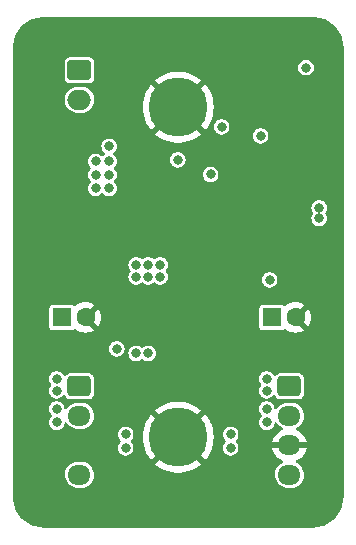
<source format=gbr>
%TF.GenerationSoftware,KiCad,Pcbnew,7.0.6*%
%TF.CreationDate,2024-05-19T20:46:52-05:00*%
%TF.ProjectId,Magic_Wand_Timer,4d616769-635f-4576-916e-645f54696d65,rev?*%
%TF.SameCoordinates,Original*%
%TF.FileFunction,Copper,L2,Inr*%
%TF.FilePolarity,Positive*%
%FSLAX46Y46*%
G04 Gerber Fmt 4.6, Leading zero omitted, Abs format (unit mm)*
G04 Created by KiCad (PCBNEW 7.0.6) date 2024-05-19 20:46:52*
%MOMM*%
%LPD*%
G01*
G04 APERTURE LIST*
G04 Aperture macros list*
%AMRoundRect*
0 Rectangle with rounded corners*
0 $1 Rounding radius*
0 $2 $3 $4 $5 $6 $7 $8 $9 X,Y pos of 4 corners*
0 Add a 4 corners polygon primitive as box body*
4,1,4,$2,$3,$4,$5,$6,$7,$8,$9,$2,$3,0*
0 Add four circle primitives for the rounded corners*
1,1,$1+$1,$2,$3*
1,1,$1+$1,$4,$5*
1,1,$1+$1,$6,$7*
1,1,$1+$1,$8,$9*
0 Add four rect primitives between the rounded corners*
20,1,$1+$1,$2,$3,$4,$5,0*
20,1,$1+$1,$4,$5,$6,$7,0*
20,1,$1+$1,$6,$7,$8,$9,0*
20,1,$1+$1,$8,$9,$2,$3,0*%
G04 Aperture macros list end*
%TA.AperFunction,ComponentPad*%
%ADD10C,5.000000*%
%TD*%
%TA.AperFunction,ComponentPad*%
%ADD11RoundRect,0.250000X-0.725000X0.600000X-0.725000X-0.600000X0.725000X-0.600000X0.725000X0.600000X0*%
%TD*%
%TA.AperFunction,ComponentPad*%
%ADD12O,1.950000X1.700000*%
%TD*%
%TA.AperFunction,ComponentPad*%
%ADD13R,1.600000X1.600000*%
%TD*%
%TA.AperFunction,ComponentPad*%
%ADD14C,1.600000*%
%TD*%
%TA.AperFunction,ComponentPad*%
%ADD15RoundRect,0.250000X-0.750000X0.600000X-0.750000X-0.600000X0.750000X-0.600000X0.750000X0.600000X0*%
%TD*%
%TA.AperFunction,ComponentPad*%
%ADD16O,2.000000X1.700000*%
%TD*%
%TA.AperFunction,ViaPad*%
%ADD17C,0.800000*%
%TD*%
%TA.AperFunction,Profile*%
%ADD18C,0.100000*%
%TD*%
G04 APERTURE END LIST*
D10*
%TO.N,GND*%
%TO.C,H2*%
X166370000Y-91440000D03*
%TD*%
D11*
%TO.N,+12V*%
%TO.C,J1*%
X158005000Y-115055000D03*
D12*
%TO.N,+5V*%
X158005000Y-117555000D03*
%TO.N,GND*%
X158005000Y-120055000D03*
%TO.N,Trigger*%
X158005000Y-122555000D03*
%TD*%
D13*
%TO.N,+12V*%
%TO.C,C5*%
X174304888Y-109220000D03*
D14*
%TO.N,GND*%
X176304888Y-109220000D03*
%TD*%
D15*
%TO.N,Net-(D2-A)*%
%TO.C,J3*%
X158005000Y-88305000D03*
D16*
%TO.N,Net-(D2-K)*%
X158005000Y-90805000D03*
%TD*%
D11*
%TO.N,+12V*%
%TO.C,J2*%
X175785000Y-115055000D03*
D12*
%TO.N,+5V*%
X175785000Y-117555000D03*
%TO.N,GND*%
X175785000Y-120055000D03*
%TO.N,Caddy_Trigger*%
X175785000Y-122555000D03*
%TD*%
D13*
%TO.N,+12V*%
%TO.C,C2*%
X156524888Y-109220000D03*
D14*
%TO.N,GND*%
X158524888Y-109220000D03*
%TD*%
D10*
%TO.N,GND*%
%TO.C,H1*%
X166370000Y-119380000D03*
%TD*%
D17*
%TO.N,+12V*%
X156083000Y-114427000D03*
X156083000Y-115443000D03*
X173863000Y-114427000D03*
X173863000Y-115443000D03*
%TO.N,+5V*%
X173863000Y-116967000D03*
X173863000Y-118110000D03*
X156083000Y-116967000D03*
X156083000Y-118110000D03*
%TO.N,GND*%
X173736000Y-98806000D03*
X172500000Y-98806000D03*
X179070000Y-88900000D03*
X163830000Y-125730000D03*
X165735000Y-103124000D03*
X179070000Y-114300000D03*
X164719000Y-94869000D03*
X163322000Y-122695000D03*
X162052000Y-107950000D03*
X153670000Y-88900000D03*
X168402000Y-116713000D03*
X174625000Y-103505000D03*
X165735000Y-102108000D03*
X162687000Y-94869000D03*
X153670000Y-93980000D03*
X163703000Y-93853000D03*
X153670000Y-119380000D03*
X177165000Y-89916000D03*
X169037000Y-101600000D03*
X173863000Y-120650000D03*
X167894000Y-101600000D03*
X177165000Y-102997000D03*
X160020000Y-85090000D03*
X156083000Y-119507000D03*
X169418000Y-117729000D03*
X154940000Y-85090000D03*
X169291000Y-112268000D03*
X175260000Y-85090000D03*
X179070000Y-99060000D03*
X179070000Y-93980000D03*
X168910000Y-125730000D03*
X163703000Y-95885000D03*
X173990000Y-125730000D03*
X153670000Y-124460000D03*
X179070000Y-109220000D03*
X162687000Y-95885000D03*
X179070000Y-104140000D03*
X163703000Y-94869000D03*
X169418000Y-122682000D03*
X153670000Y-99060000D03*
X163322000Y-116840000D03*
X177165000Y-94234000D03*
X153670000Y-114300000D03*
X170180000Y-85090000D03*
X153670000Y-109220000D03*
X165100000Y-85090000D03*
X175641000Y-103505000D03*
X163750000Y-107950000D03*
X156083000Y-120650000D03*
X179070000Y-119380000D03*
X179070000Y-124460000D03*
X153670000Y-104140000D03*
X173863000Y-119507000D03*
X158750000Y-125730000D03*
X169418000Y-116713000D03*
%TO.N,+5V*%
X170815000Y-119126000D03*
X178308000Y-100838000D03*
X170815000Y-120269000D03*
X161925000Y-120269000D03*
X162814000Y-112268000D03*
X163830000Y-105791000D03*
X162814000Y-105791000D03*
X163825228Y-112268000D03*
X169113200Y-97129600D03*
X163830000Y-104775000D03*
X164846000Y-104775000D03*
X161925000Y-119126000D03*
X162814000Y-104775000D03*
X177190400Y-88087200D03*
X174117000Y-106045000D03*
X164846000Y-105791000D03*
X178308000Y-99949000D03*
%TO.N,Trigger*%
X170053000Y-93091000D03*
X161169500Y-111893500D03*
%TO.N,Net-(D2-A)*%
X160528000Y-98298000D03*
X159385000Y-96012000D03*
X160528000Y-94742000D03*
X159385000Y-98298000D03*
X160528000Y-96012000D03*
X160528000Y-97155000D03*
X159385000Y-97155000D03*
%TO.N,ON_Delay*%
X166332500Y-95885000D03*
X173355000Y-93853000D03*
%TD*%
%TA.AperFunction,Conductor*%
%TO.N,GND*%
G36*
X177801737Y-83820598D02*
G01*
X177835041Y-83822467D01*
X177915603Y-83826992D01*
X178087691Y-83837401D01*
X178094297Y-83838160D01*
X178165907Y-83850327D01*
X178230343Y-83861277D01*
X178323462Y-83878340D01*
X178379227Y-83888560D01*
X178385198Y-83889963D01*
X178522032Y-83929384D01*
X178662850Y-83973265D01*
X178668092Y-83975164D01*
X178801420Y-84030391D01*
X178934609Y-84090334D01*
X178939147Y-84092605D01*
X179012221Y-84132991D01*
X179066422Y-84162947D01*
X179066439Y-84162956D01*
X179190935Y-84238217D01*
X179194739Y-84240711D01*
X179312726Y-84324427D01*
X179315072Y-84326176D01*
X179410416Y-84400874D01*
X179428332Y-84414910D01*
X179431409Y-84417486D01*
X179539430Y-84514018D01*
X179541957Y-84516408D01*
X179643590Y-84618041D01*
X179645980Y-84620568D01*
X179742512Y-84728589D01*
X179745088Y-84731666D01*
X179833811Y-84844912D01*
X179835571Y-84847272D01*
X179919287Y-84965259D01*
X179921781Y-84969063D01*
X179997043Y-85093560D01*
X180067393Y-85220851D01*
X180069668Y-85225398D01*
X180129609Y-85358581D01*
X180184831Y-85491899D01*
X180186744Y-85497183D01*
X180209633Y-85570634D01*
X180230631Y-85638021D01*
X180270032Y-85774790D01*
X180271440Y-85780781D01*
X180298722Y-85929656D01*
X180321835Y-86065683D01*
X180322599Y-86072330D01*
X180333012Y-86244475D01*
X180339402Y-86358263D01*
X180339500Y-86361741D01*
X180339500Y-124458258D01*
X180339402Y-124461736D01*
X180333012Y-124575524D01*
X180322599Y-124747668D01*
X180321835Y-124754315D01*
X180298722Y-124890343D01*
X180271440Y-125039217D01*
X180270032Y-125045208D01*
X180230625Y-125182001D01*
X180186744Y-125322815D01*
X180184831Y-125328099D01*
X180129609Y-125461418D01*
X180069668Y-125594600D01*
X180067394Y-125599147D01*
X179997043Y-125726439D01*
X179921781Y-125850936D01*
X179919287Y-125854739D01*
X179835571Y-125972726D01*
X179833811Y-125975086D01*
X179745088Y-126088332D01*
X179742512Y-126091409D01*
X179645980Y-126199430D01*
X179643590Y-126201957D01*
X179541957Y-126303590D01*
X179539430Y-126305980D01*
X179431409Y-126402512D01*
X179428332Y-126405088D01*
X179315086Y-126493811D01*
X179312726Y-126495571D01*
X179194739Y-126579287D01*
X179190936Y-126581781D01*
X179066439Y-126657043D01*
X178939147Y-126727394D01*
X178934600Y-126729668D01*
X178801418Y-126789609D01*
X178668099Y-126844831D01*
X178662815Y-126846744D01*
X178545231Y-126883385D01*
X178521990Y-126890627D01*
X178385208Y-126930032D01*
X178379217Y-126931440D01*
X178230343Y-126958722D01*
X178094315Y-126981835D01*
X178087668Y-126982599D01*
X177915524Y-126993012D01*
X177801736Y-126999402D01*
X177798258Y-126999500D01*
X154941742Y-126999500D01*
X154938265Y-126999402D01*
X154824475Y-126993012D01*
X154652330Y-126982599D01*
X154645683Y-126981835D01*
X154509656Y-126958722D01*
X154360781Y-126931440D01*
X154354790Y-126930032D01*
X154218021Y-126890631D01*
X154150634Y-126869633D01*
X154077183Y-126846744D01*
X154071899Y-126844831D01*
X153938581Y-126789609D01*
X153805398Y-126729668D01*
X153800851Y-126727393D01*
X153673560Y-126657043D01*
X153549063Y-126581781D01*
X153545259Y-126579287D01*
X153427272Y-126495571D01*
X153424912Y-126493811D01*
X153311666Y-126405088D01*
X153308589Y-126402512D01*
X153200568Y-126305980D01*
X153198041Y-126303590D01*
X153096408Y-126201957D01*
X153094018Y-126199430D01*
X152997486Y-126091409D01*
X152994910Y-126088332D01*
X152980874Y-126070416D01*
X152906176Y-125975072D01*
X152904427Y-125972726D01*
X152820711Y-125854739D01*
X152818217Y-125850935D01*
X152742956Y-125726439D01*
X152672605Y-125599147D01*
X152670330Y-125594600D01*
X152610390Y-125461418D01*
X152555167Y-125328099D01*
X152553265Y-125322850D01*
X152509375Y-125182001D01*
X152469963Y-125045198D01*
X152468560Y-125039227D01*
X152458340Y-124983462D01*
X152441277Y-124890343D01*
X152430327Y-124825907D01*
X152418160Y-124754297D01*
X152417401Y-124747691D01*
X152406994Y-124575652D01*
X152400596Y-124461717D01*
X152400500Y-124458294D01*
X152400500Y-122502210D01*
X156771733Y-122502210D01*
X156781768Y-122712899D01*
X156831498Y-122917886D01*
X156831498Y-122917888D01*
X156919123Y-123109762D01*
X156919127Y-123109768D01*
X157041473Y-123281579D01*
X157041478Y-123281584D01*
X157194138Y-123427145D01*
X157371587Y-123541184D01*
X157567411Y-123619580D01*
X157774533Y-123659500D01*
X158182618Y-123659500D01*
X158324944Y-123645908D01*
X158339979Y-123644473D01*
X158542368Y-123585047D01*
X158729854Y-123488391D01*
X158895659Y-123358000D01*
X159033792Y-123198587D01*
X159139259Y-123015913D01*
X159208248Y-122816580D01*
X159238267Y-122607793D01*
X159228231Y-122397098D01*
X159178501Y-122192110D01*
X159090876Y-122000238D01*
X159090876Y-122000237D01*
X159090872Y-122000231D01*
X158968526Y-121828420D01*
X158968520Y-121828414D01*
X158815864Y-121682857D01*
X158815862Y-121682855D01*
X158638413Y-121568816D01*
X158442589Y-121490420D01*
X158235467Y-121450500D01*
X157827387Y-121450500D01*
X157827382Y-121450500D01*
X157670031Y-121465525D01*
X157670014Y-121465528D01*
X157467635Y-121524951D01*
X157280141Y-121621611D01*
X157114343Y-121751997D01*
X157114339Y-121752001D01*
X156976205Y-121911415D01*
X156870741Y-122094085D01*
X156801753Y-122293414D01*
X156801752Y-122293419D01*
X156801752Y-122293420D01*
X156786846Y-122397098D01*
X156771733Y-122502210D01*
X152400500Y-122502210D01*
X152400500Y-120269000D01*
X161265693Y-120269000D01*
X161284850Y-120426781D01*
X161341214Y-120575397D01*
X161378904Y-120630000D01*
X161431502Y-120706201D01*
X161431504Y-120706203D01*
X161431506Y-120706205D01*
X161550469Y-120811598D01*
X161550471Y-120811599D01*
X161691207Y-120885463D01*
X161768368Y-120904481D01*
X161845528Y-120923500D01*
X161845529Y-120923500D01*
X162004472Y-120923500D01*
X162055911Y-120910821D01*
X162158793Y-120885463D01*
X162299529Y-120811599D01*
X162418498Y-120706201D01*
X162508787Y-120575395D01*
X162565149Y-120426782D01*
X162584307Y-120269000D01*
X162565149Y-120111218D01*
X162508787Y-119962605D01*
X162418498Y-119831799D01*
X162418495Y-119831796D01*
X162418493Y-119831794D01*
X162371673Y-119790315D01*
X162334546Y-119731126D01*
X162335314Y-119661260D01*
X162371673Y-119604685D01*
X162418493Y-119563205D01*
X162418498Y-119563201D01*
X162508787Y-119432395D01*
X162528657Y-119380003D01*
X163364916Y-119380003D01*
X163385235Y-119728869D01*
X163385236Y-119728880D01*
X163445914Y-120073002D01*
X163445916Y-120073011D01*
X163546145Y-120407800D01*
X163684555Y-120728670D01*
X163684561Y-120728683D01*
X163859289Y-121031322D01*
X164067972Y-121311631D01*
X164067976Y-121311636D01*
X164076147Y-121320297D01*
X164076148Y-121320298D01*
X165323665Y-120072781D01*
X165462855Y-120247320D01*
X165632299Y-120395358D01*
X165679808Y-120423743D01*
X164432817Y-121670733D01*
X164432818Y-121670734D01*
X164575480Y-121790442D01*
X164867461Y-121982480D01*
X165179739Y-122139314D01*
X165179745Y-122139316D01*
X165508130Y-122258838D01*
X165508133Y-122258839D01*
X165848171Y-122339429D01*
X166195276Y-122379999D01*
X166195277Y-122380000D01*
X166544723Y-122380000D01*
X166544723Y-122379999D01*
X166891827Y-122339429D01*
X166891829Y-122339429D01*
X167231866Y-122258839D01*
X167231869Y-122258838D01*
X167560254Y-122139316D01*
X167560260Y-122139314D01*
X167872538Y-121982480D01*
X168164515Y-121790445D01*
X168307180Y-121670734D01*
X168307181Y-121670733D01*
X167060125Y-120423678D01*
X167195747Y-120325144D01*
X167351239Y-120162512D01*
X167412801Y-120069248D01*
X168663850Y-121320297D01*
X168672032Y-121311625D01*
X168880710Y-121031322D01*
X169055438Y-120728683D01*
X169055444Y-120728670D01*
X169193854Y-120407800D01*
X169235408Y-120269000D01*
X170155693Y-120269000D01*
X170174850Y-120426781D01*
X170231214Y-120575397D01*
X170268904Y-120630000D01*
X170321502Y-120706201D01*
X170321504Y-120706203D01*
X170321506Y-120706205D01*
X170440469Y-120811598D01*
X170440471Y-120811599D01*
X170581207Y-120885463D01*
X170658368Y-120904481D01*
X170735528Y-120923500D01*
X170735529Y-120923500D01*
X170894472Y-120923500D01*
X170945911Y-120910821D01*
X171048793Y-120885463D01*
X171189529Y-120811599D01*
X171308498Y-120706201D01*
X171398787Y-120575395D01*
X171455149Y-120426782D01*
X171474307Y-120269000D01*
X171455149Y-120111218D01*
X171398787Y-119962605D01*
X171308498Y-119831799D01*
X171308495Y-119831796D01*
X171308493Y-119831794D01*
X171261673Y-119790315D01*
X171224546Y-119731126D01*
X171225314Y-119661260D01*
X171261673Y-119604685D01*
X171308493Y-119563205D01*
X171308498Y-119563201D01*
X171398787Y-119432395D01*
X171455149Y-119283782D01*
X171474307Y-119126000D01*
X171462786Y-119031119D01*
X171455149Y-118968218D01*
X171455148Y-118968217D01*
X171398787Y-118819605D01*
X171308498Y-118688799D01*
X171308495Y-118688796D01*
X171308493Y-118688794D01*
X171189530Y-118583401D01*
X171048791Y-118509536D01*
X170894472Y-118471500D01*
X170894471Y-118471500D01*
X170735529Y-118471500D01*
X170735528Y-118471500D01*
X170581208Y-118509536D01*
X170440469Y-118583401D01*
X170321506Y-118688794D01*
X170321500Y-118688801D01*
X170231214Y-118819602D01*
X170174850Y-118968218D01*
X170155693Y-119125999D01*
X170155693Y-119126000D01*
X170174850Y-119283781D01*
X170210364Y-119377421D01*
X170231213Y-119432395D01*
X170321502Y-119563201D01*
X170321504Y-119563203D01*
X170321507Y-119563206D01*
X170368327Y-119604686D01*
X170405453Y-119663876D01*
X170404685Y-119733741D01*
X170368327Y-119790314D01*
X170321507Y-119831793D01*
X170321500Y-119831801D01*
X170231214Y-119962602D01*
X170174850Y-120111218D01*
X170155693Y-120268999D01*
X170155693Y-120269000D01*
X169235408Y-120269000D01*
X169294083Y-120073011D01*
X169294085Y-120073002D01*
X169354763Y-119728880D01*
X169354764Y-119728869D01*
X169375084Y-119380003D01*
X169375084Y-119379996D01*
X169354764Y-119031130D01*
X169354763Y-119031119D01*
X169294085Y-118686997D01*
X169294083Y-118686988D01*
X169193854Y-118352199D01*
X169089379Y-118110000D01*
X173203693Y-118110000D01*
X173222850Y-118267781D01*
X173279214Y-118416397D01*
X173317249Y-118471500D01*
X173369502Y-118547201D01*
X173369504Y-118547203D01*
X173369506Y-118547205D01*
X173488469Y-118652598D01*
X173488471Y-118652599D01*
X173629207Y-118726463D01*
X173669292Y-118736343D01*
X173783528Y-118764500D01*
X173783529Y-118764500D01*
X173942472Y-118764500D01*
X173993911Y-118751821D01*
X174096793Y-118726463D01*
X174237529Y-118652599D01*
X174356498Y-118547201D01*
X174446787Y-118416395D01*
X174503149Y-118267782D01*
X174509532Y-118215207D01*
X174537153Y-118151031D01*
X174595087Y-118111973D01*
X174664939Y-118110438D01*
X174724533Y-118146911D01*
X174733635Y-118158227D01*
X174821473Y-118281579D01*
X174821478Y-118281584D01*
X174974138Y-118427145D01*
X175151587Y-118541184D01*
X175187227Y-118555452D01*
X175242147Y-118598642D01*
X175265000Y-118664668D01*
X175248527Y-118732569D01*
X175197960Y-118780784D01*
X175193545Y-118782951D01*
X174982422Y-118881399D01*
X174982420Y-118881400D01*
X174788926Y-119016886D01*
X174788920Y-119016891D01*
X174621894Y-119183917D01*
X174486399Y-119377421D01*
X174386570Y-119591507D01*
X174386567Y-119591513D01*
X174329364Y-119804999D01*
X174329364Y-119805000D01*
X175381031Y-119805000D01*
X175348481Y-119855649D01*
X175310000Y-119986705D01*
X175310000Y-120123295D01*
X175348481Y-120254351D01*
X175381031Y-120305000D01*
X174329364Y-120305000D01*
X174386567Y-120518486D01*
X174386570Y-120518492D01*
X174486399Y-120732577D01*
X174486400Y-120732579D01*
X174621886Y-120926073D01*
X174621891Y-120926079D01*
X174788920Y-121093108D01*
X174788926Y-121093113D01*
X174982420Y-121228599D01*
X174982422Y-121228600D01*
X175194476Y-121327483D01*
X175246915Y-121373655D01*
X175266067Y-121440849D01*
X175245851Y-121507730D01*
X175198891Y-121550080D01*
X175060145Y-121621608D01*
X174894343Y-121751997D01*
X174894339Y-121752001D01*
X174756205Y-121911415D01*
X174650741Y-122094085D01*
X174581753Y-122293414D01*
X174581752Y-122293419D01*
X174581752Y-122293420D01*
X174566846Y-122397098D01*
X174551733Y-122502210D01*
X174561768Y-122712899D01*
X174611498Y-122917886D01*
X174611498Y-122917888D01*
X174699123Y-123109762D01*
X174699127Y-123109768D01*
X174821473Y-123281579D01*
X174821478Y-123281584D01*
X174974138Y-123427145D01*
X175151587Y-123541184D01*
X175347411Y-123619580D01*
X175554533Y-123659500D01*
X175962618Y-123659500D01*
X176104944Y-123645908D01*
X176119979Y-123644473D01*
X176322368Y-123585047D01*
X176509854Y-123488391D01*
X176675659Y-123358000D01*
X176813792Y-123198587D01*
X176919259Y-123015913D01*
X176988248Y-122816580D01*
X177018267Y-122607793D01*
X177008231Y-122397098D01*
X176958501Y-122192110D01*
X176870876Y-122000238D01*
X176870876Y-122000237D01*
X176870872Y-122000231D01*
X176748526Y-121828420D01*
X176748520Y-121828414D01*
X176595864Y-121682857D01*
X176595862Y-121682855D01*
X176418413Y-121568816D01*
X176408402Y-121564808D01*
X176382772Y-121554547D01*
X176327851Y-121511356D01*
X176304999Y-121445329D01*
X176321472Y-121377429D01*
X176372040Y-121329214D01*
X176376455Y-121327048D01*
X176587573Y-121228602D01*
X176587579Y-121228599D01*
X176781073Y-121093113D01*
X176781079Y-121093108D01*
X176948105Y-120926082D01*
X177083600Y-120732578D01*
X177183429Y-120518492D01*
X177183432Y-120518486D01*
X177240636Y-120305000D01*
X176188969Y-120305000D01*
X176221519Y-120254351D01*
X176260000Y-120123295D01*
X176260000Y-119986705D01*
X176221519Y-119855649D01*
X176188969Y-119805000D01*
X177240636Y-119805000D01*
X177240635Y-119804999D01*
X177183432Y-119591513D01*
X177183429Y-119591507D01*
X177083600Y-119377422D01*
X177083599Y-119377420D01*
X176948113Y-119183926D01*
X176948108Y-119183920D01*
X176781079Y-119016891D01*
X176781073Y-119016886D01*
X176587579Y-118881400D01*
X176587577Y-118881399D01*
X176375523Y-118782516D01*
X176323084Y-118736343D01*
X176303932Y-118669150D01*
X176324148Y-118602269D01*
X176371105Y-118559920D01*
X176509854Y-118488391D01*
X176675659Y-118358000D01*
X176813792Y-118198587D01*
X176841249Y-118151031D01*
X176865075Y-118109762D01*
X176919259Y-118015913D01*
X176988248Y-117816580D01*
X177018267Y-117607793D01*
X177008231Y-117397098D01*
X176958501Y-117192110D01*
X176870876Y-117000238D01*
X176870876Y-117000237D01*
X176870872Y-117000231D01*
X176748526Y-116828420D01*
X176748520Y-116828414D01*
X176595864Y-116682857D01*
X176595862Y-116682855D01*
X176418413Y-116568816D01*
X176222589Y-116490420D01*
X176015467Y-116450500D01*
X175607387Y-116450500D01*
X175607382Y-116450500D01*
X175450031Y-116465525D01*
X175450014Y-116465528D01*
X175247635Y-116524951D01*
X175060141Y-116621611D01*
X174894343Y-116751997D01*
X174894339Y-116752001D01*
X174756204Y-116911417D01*
X174743084Y-116934141D01*
X174692516Y-116982355D01*
X174623909Y-116995576D01*
X174559045Y-116969607D01*
X174518518Y-116912691D01*
X174512603Y-116887083D01*
X174505480Y-116828420D01*
X174503149Y-116809218D01*
X174446787Y-116660605D01*
X174356498Y-116529799D01*
X174356495Y-116529796D01*
X174356493Y-116529794D01*
X174237530Y-116424401D01*
X174096791Y-116350536D01*
X173994796Y-116325397D01*
X173934415Y-116290241D01*
X173902627Y-116228021D01*
X173909523Y-116158493D01*
X173952914Y-116103730D01*
X173994796Y-116084603D01*
X174096793Y-116059463D01*
X174237529Y-115985599D01*
X174356498Y-115880201D01*
X174383067Y-115841708D01*
X174437350Y-115797717D01*
X174506799Y-115790057D01*
X174569364Y-115821160D01*
X174601297Y-115868810D01*
X174612658Y-115899267D01*
X174641747Y-115938126D01*
X174699595Y-116015404D01*
X174757443Y-116058707D01*
X174815733Y-116102342D01*
X174951658Y-116153040D01*
X175011745Y-116159500D01*
X176558254Y-116159499D01*
X176618342Y-116153040D01*
X176754267Y-116102342D01*
X176870404Y-116015404D01*
X176957342Y-115899267D01*
X177008040Y-115763342D01*
X177010800Y-115737664D01*
X177014499Y-115703271D01*
X177014499Y-115703264D01*
X177014500Y-115703255D01*
X177014499Y-114406746D01*
X177008040Y-114346658D01*
X176957342Y-114210733D01*
X176894844Y-114127244D01*
X176870404Y-114094595D01*
X176793126Y-114036747D01*
X176754267Y-114007658D01*
X176618342Y-113956960D01*
X176618338Y-113956959D01*
X176558262Y-113950500D01*
X175011748Y-113950500D01*
X175011742Y-113950501D01*
X174951655Y-113956960D01*
X174815738Y-114007655D01*
X174815730Y-114007660D01*
X174699594Y-114094596D01*
X174660455Y-114146881D01*
X174604522Y-114188753D01*
X174534830Y-114193737D01*
X174473507Y-114160252D01*
X174451684Y-114126502D01*
X174450271Y-114127244D01*
X174446789Y-114120611D01*
X174446787Y-114120605D01*
X174356498Y-113989799D01*
X174356495Y-113989796D01*
X174356493Y-113989794D01*
X174237530Y-113884401D01*
X174096791Y-113810536D01*
X173942472Y-113772500D01*
X173942471Y-113772500D01*
X173783529Y-113772500D01*
X173783528Y-113772500D01*
X173629208Y-113810536D01*
X173488469Y-113884401D01*
X173369506Y-113989794D01*
X173369500Y-113989801D01*
X173279214Y-114120602D01*
X173222850Y-114269218D01*
X173203693Y-114426999D01*
X173203693Y-114427000D01*
X173222850Y-114584781D01*
X173279214Y-114733397D01*
X173369749Y-114864560D01*
X173391632Y-114930915D01*
X173374166Y-114998566D01*
X173369749Y-115005440D01*
X173279214Y-115136602D01*
X173222850Y-115285218D01*
X173203693Y-115442999D01*
X173203693Y-115443000D01*
X173222850Y-115600781D01*
X173261714Y-115703254D01*
X173279213Y-115749395D01*
X173369502Y-115880201D01*
X173369504Y-115880203D01*
X173369506Y-115880205D01*
X173488469Y-115985598D01*
X173488471Y-115985599D01*
X173629207Y-116059463D01*
X173683646Y-116072881D01*
X173731203Y-116084603D01*
X173791584Y-116119759D01*
X173823372Y-116181979D01*
X173816476Y-116251507D01*
X173773085Y-116306270D01*
X173731203Y-116325397D01*
X173629208Y-116350536D01*
X173488469Y-116424401D01*
X173369506Y-116529794D01*
X173369500Y-116529801D01*
X173279214Y-116660602D01*
X173222850Y-116809218D01*
X173203693Y-116966999D01*
X173203693Y-116967000D01*
X173222850Y-117124781D01*
X173263427Y-117231773D01*
X173279213Y-117273395D01*
X173369502Y-117404201D01*
X173369504Y-117404203D01*
X173369507Y-117404206D01*
X173416327Y-117445686D01*
X173453453Y-117504876D01*
X173452685Y-117574741D01*
X173416327Y-117631314D01*
X173369507Y-117672793D01*
X173369500Y-117672801D01*
X173279214Y-117803602D01*
X173222850Y-117952218D01*
X173203693Y-118109999D01*
X173203693Y-118110000D01*
X169089379Y-118110000D01*
X169055444Y-118031329D01*
X169055438Y-118031316D01*
X168880710Y-117728677D01*
X168672029Y-117448371D01*
X168663850Y-117439701D01*
X168663850Y-117439700D01*
X167416333Y-118687217D01*
X167277145Y-118512680D01*
X167107701Y-118364642D01*
X167060190Y-118336255D01*
X168307181Y-117089265D01*
X168307180Y-117089264D01*
X168164519Y-116969557D01*
X167872538Y-116777519D01*
X167560260Y-116620685D01*
X167560254Y-116620683D01*
X167231869Y-116501161D01*
X167231866Y-116501160D01*
X166891828Y-116420570D01*
X166544723Y-116380000D01*
X166195277Y-116380000D01*
X165848172Y-116420570D01*
X165848170Y-116420570D01*
X165508133Y-116501160D01*
X165508130Y-116501161D01*
X165179745Y-116620683D01*
X165179739Y-116620685D01*
X164867461Y-116777519D01*
X164575485Y-116969554D01*
X164432817Y-117089264D01*
X165679874Y-118336321D01*
X165544253Y-118434856D01*
X165388761Y-118597488D01*
X165327198Y-118690751D01*
X164076148Y-117439701D01*
X164076146Y-117439701D01*
X164067973Y-117448366D01*
X163859289Y-117728677D01*
X163684561Y-118031316D01*
X163684555Y-118031329D01*
X163546145Y-118352199D01*
X163445916Y-118686988D01*
X163445914Y-118686997D01*
X163385236Y-119031119D01*
X163385235Y-119031130D01*
X163364916Y-119379996D01*
X163364916Y-119380003D01*
X162528657Y-119380003D01*
X162565149Y-119283782D01*
X162584307Y-119126000D01*
X162572786Y-119031119D01*
X162565149Y-118968218D01*
X162565148Y-118968217D01*
X162508787Y-118819605D01*
X162418498Y-118688799D01*
X162418495Y-118688796D01*
X162418493Y-118688794D01*
X162299530Y-118583401D01*
X162158791Y-118509536D01*
X162004472Y-118471500D01*
X162004471Y-118471500D01*
X161845529Y-118471500D01*
X161845528Y-118471500D01*
X161691208Y-118509536D01*
X161550469Y-118583401D01*
X161431506Y-118688794D01*
X161431500Y-118688801D01*
X161341214Y-118819602D01*
X161284850Y-118968218D01*
X161265693Y-119125999D01*
X161265693Y-119126000D01*
X161284850Y-119283781D01*
X161320364Y-119377421D01*
X161341213Y-119432395D01*
X161431502Y-119563201D01*
X161431504Y-119563203D01*
X161431507Y-119563206D01*
X161478327Y-119604686D01*
X161515453Y-119663876D01*
X161514685Y-119733741D01*
X161478327Y-119790314D01*
X161431507Y-119831793D01*
X161431500Y-119831801D01*
X161341214Y-119962602D01*
X161284850Y-120111218D01*
X161265693Y-120268999D01*
X161265693Y-120269000D01*
X152400500Y-120269000D01*
X152400500Y-118110000D01*
X155423693Y-118110000D01*
X155442850Y-118267781D01*
X155499214Y-118416397D01*
X155537249Y-118471500D01*
X155589502Y-118547201D01*
X155589504Y-118547203D01*
X155589506Y-118547205D01*
X155708469Y-118652598D01*
X155708471Y-118652599D01*
X155849207Y-118726463D01*
X155889292Y-118736343D01*
X156003528Y-118764500D01*
X156003529Y-118764500D01*
X156162472Y-118764500D01*
X156213911Y-118751820D01*
X156316793Y-118726463D01*
X156457529Y-118652599D01*
X156576498Y-118547201D01*
X156666787Y-118416395D01*
X156723149Y-118267782D01*
X156729532Y-118215207D01*
X156757153Y-118151031D01*
X156815087Y-118111973D01*
X156884939Y-118110438D01*
X156944533Y-118146911D01*
X156953635Y-118158227D01*
X157041473Y-118281579D01*
X157041478Y-118281584D01*
X157194138Y-118427145D01*
X157371587Y-118541184D01*
X157567411Y-118619580D01*
X157774533Y-118659500D01*
X158182618Y-118659500D01*
X158324944Y-118645908D01*
X158339979Y-118644473D01*
X158542368Y-118585047D01*
X158729854Y-118488391D01*
X158895659Y-118358000D01*
X159033792Y-118198587D01*
X159061249Y-118151031D01*
X159085075Y-118109762D01*
X159139259Y-118015913D01*
X159208248Y-117816580D01*
X159238267Y-117607793D01*
X159228231Y-117397098D01*
X159178501Y-117192110D01*
X159090876Y-117000238D01*
X159090876Y-117000237D01*
X159090872Y-117000231D01*
X158968526Y-116828420D01*
X158968520Y-116828414D01*
X158815864Y-116682857D01*
X158815862Y-116682855D01*
X158638413Y-116568816D01*
X158442589Y-116490420D01*
X158235467Y-116450500D01*
X157827387Y-116450500D01*
X157827382Y-116450500D01*
X157670031Y-116465525D01*
X157670014Y-116465528D01*
X157467635Y-116524951D01*
X157280141Y-116621611D01*
X157114343Y-116751997D01*
X157114339Y-116752001D01*
X156976204Y-116911417D01*
X156963084Y-116934141D01*
X156912516Y-116982355D01*
X156843909Y-116995576D01*
X156779045Y-116969607D01*
X156738518Y-116912691D01*
X156732603Y-116887083D01*
X156725480Y-116828420D01*
X156723149Y-116809218D01*
X156666787Y-116660605D01*
X156576498Y-116529799D01*
X156576495Y-116529796D01*
X156576493Y-116529794D01*
X156457530Y-116424401D01*
X156316791Y-116350536D01*
X156214796Y-116325397D01*
X156154415Y-116290241D01*
X156122627Y-116228021D01*
X156129523Y-116158493D01*
X156172914Y-116103730D01*
X156214796Y-116084603D01*
X156316793Y-116059463D01*
X156457529Y-115985599D01*
X156576498Y-115880201D01*
X156603067Y-115841708D01*
X156657350Y-115797717D01*
X156726799Y-115790057D01*
X156789364Y-115821160D01*
X156821297Y-115868810D01*
X156832658Y-115899267D01*
X156861747Y-115938126D01*
X156919595Y-116015404D01*
X156977443Y-116058707D01*
X157035733Y-116102342D01*
X157171658Y-116153040D01*
X157231745Y-116159500D01*
X158778254Y-116159499D01*
X158838342Y-116153040D01*
X158974267Y-116102342D01*
X159090404Y-116015404D01*
X159177342Y-115899267D01*
X159228040Y-115763342D01*
X159230800Y-115737664D01*
X159234499Y-115703271D01*
X159234499Y-115703264D01*
X159234500Y-115703255D01*
X159234499Y-114406746D01*
X159228040Y-114346658D01*
X159177342Y-114210733D01*
X159114844Y-114127244D01*
X159090404Y-114094595D01*
X159013126Y-114036747D01*
X158974267Y-114007658D01*
X158838342Y-113956960D01*
X158838338Y-113956959D01*
X158778262Y-113950500D01*
X157231748Y-113950500D01*
X157231742Y-113950501D01*
X157171655Y-113956960D01*
X157035738Y-114007655D01*
X157035730Y-114007660D01*
X156919594Y-114094596D01*
X156880455Y-114146881D01*
X156824522Y-114188753D01*
X156754830Y-114193737D01*
X156693507Y-114160252D01*
X156671684Y-114126502D01*
X156670271Y-114127244D01*
X156666789Y-114120611D01*
X156666787Y-114120605D01*
X156576498Y-113989799D01*
X156576495Y-113989796D01*
X156576493Y-113989794D01*
X156457530Y-113884401D01*
X156316791Y-113810536D01*
X156162472Y-113772500D01*
X156162471Y-113772500D01*
X156003529Y-113772500D01*
X156003528Y-113772500D01*
X155849208Y-113810536D01*
X155708469Y-113884401D01*
X155589506Y-113989794D01*
X155589500Y-113989801D01*
X155499214Y-114120602D01*
X155442850Y-114269218D01*
X155423693Y-114426999D01*
X155423693Y-114427000D01*
X155442850Y-114584781D01*
X155499214Y-114733397D01*
X155589749Y-114864560D01*
X155611632Y-114930915D01*
X155594166Y-114998566D01*
X155589749Y-115005440D01*
X155499214Y-115136602D01*
X155442850Y-115285218D01*
X155423693Y-115442999D01*
X155423693Y-115443000D01*
X155442850Y-115600781D01*
X155481714Y-115703254D01*
X155499213Y-115749395D01*
X155589502Y-115880201D01*
X155589504Y-115880203D01*
X155589506Y-115880205D01*
X155708469Y-115985598D01*
X155708471Y-115985599D01*
X155849207Y-116059463D01*
X155903646Y-116072881D01*
X155951203Y-116084603D01*
X156011584Y-116119759D01*
X156043372Y-116181979D01*
X156036476Y-116251507D01*
X155993085Y-116306270D01*
X155951203Y-116325397D01*
X155849208Y-116350536D01*
X155708469Y-116424401D01*
X155589506Y-116529794D01*
X155589500Y-116529801D01*
X155499214Y-116660602D01*
X155442850Y-116809218D01*
X155423693Y-116966999D01*
X155423693Y-116967000D01*
X155442850Y-117124781D01*
X155483427Y-117231773D01*
X155499213Y-117273395D01*
X155589502Y-117404201D01*
X155589504Y-117404203D01*
X155589507Y-117404206D01*
X155636327Y-117445686D01*
X155673453Y-117504876D01*
X155672685Y-117574741D01*
X155636327Y-117631314D01*
X155589507Y-117672793D01*
X155589500Y-117672801D01*
X155499214Y-117803602D01*
X155442850Y-117952218D01*
X155423693Y-118109999D01*
X155423693Y-118110000D01*
X152400500Y-118110000D01*
X152400500Y-111893500D01*
X160510193Y-111893500D01*
X160529350Y-112051281D01*
X160585714Y-112199897D01*
X160661843Y-112310189D01*
X160676002Y-112330701D01*
X160676004Y-112330703D01*
X160676006Y-112330705D01*
X160794969Y-112436098D01*
X160794971Y-112436099D01*
X160935707Y-112509963D01*
X161012867Y-112528981D01*
X161090028Y-112548000D01*
X161090029Y-112548000D01*
X161248972Y-112548000D01*
X161300411Y-112535320D01*
X161403293Y-112509963D01*
X161544029Y-112436099D01*
X161662998Y-112330701D01*
X161706277Y-112268000D01*
X162154693Y-112268000D01*
X162173850Y-112425781D01*
X162205777Y-112509963D01*
X162230213Y-112574395D01*
X162320502Y-112705201D01*
X162320504Y-112705203D01*
X162320506Y-112705205D01*
X162439469Y-112810598D01*
X162439471Y-112810599D01*
X162580207Y-112884463D01*
X162657367Y-112903481D01*
X162734528Y-112922500D01*
X162734529Y-112922500D01*
X162893472Y-112922500D01*
X162944911Y-112909821D01*
X163047793Y-112884463D01*
X163188529Y-112810599D01*
X163237386Y-112767314D01*
X163300619Y-112737593D01*
X163369882Y-112746775D01*
X163401842Y-112767315D01*
X163450697Y-112810598D01*
X163450699Y-112810599D01*
X163591435Y-112884463D01*
X163668595Y-112903481D01*
X163745756Y-112922500D01*
X163745757Y-112922500D01*
X163904700Y-112922500D01*
X163956139Y-112909820D01*
X164059021Y-112884463D01*
X164199757Y-112810599D01*
X164318726Y-112705201D01*
X164409015Y-112574395D01*
X164465377Y-112425782D01*
X164484535Y-112268000D01*
X164465377Y-112110218D01*
X164409015Y-111961605D01*
X164318726Y-111830799D01*
X164318723Y-111830796D01*
X164318721Y-111830794D01*
X164199758Y-111725401D01*
X164059019Y-111651536D01*
X163904700Y-111613500D01*
X163904699Y-111613500D01*
X163745757Y-111613500D01*
X163745756Y-111613500D01*
X163591436Y-111651536D01*
X163450697Y-111725401D01*
X163401841Y-111768685D01*
X163338608Y-111798407D01*
X163269345Y-111789223D01*
X163237387Y-111768685D01*
X163188530Y-111725401D01*
X163047791Y-111651536D01*
X162893472Y-111613500D01*
X162893471Y-111613500D01*
X162734529Y-111613500D01*
X162734528Y-111613500D01*
X162580208Y-111651536D01*
X162439469Y-111725401D01*
X162320506Y-111830794D01*
X162320500Y-111830801D01*
X162230214Y-111961602D01*
X162173850Y-112110218D01*
X162154693Y-112267999D01*
X162154693Y-112268000D01*
X161706277Y-112268000D01*
X161753287Y-112199895D01*
X161809649Y-112051282D01*
X161828807Y-111893500D01*
X161809649Y-111735718D01*
X161753287Y-111587105D01*
X161662998Y-111456299D01*
X161662995Y-111456296D01*
X161662993Y-111456294D01*
X161544030Y-111350901D01*
X161403291Y-111277036D01*
X161248972Y-111239000D01*
X161248971Y-111239000D01*
X161090029Y-111239000D01*
X161090028Y-111239000D01*
X160935708Y-111277036D01*
X160794969Y-111350901D01*
X160676006Y-111456294D01*
X160676000Y-111456301D01*
X160585714Y-111587102D01*
X160529350Y-111735718D01*
X160510193Y-111893499D01*
X160510193Y-111893500D01*
X152400500Y-111893500D01*
X152400500Y-110045063D01*
X155470388Y-110045063D01*
X155485154Y-110119301D01*
X155541403Y-110203484D01*
X155551760Y-110210404D01*
X155625587Y-110259734D01*
X155625590Y-110259734D01*
X155625591Y-110259735D01*
X155650554Y-110264700D01*
X155699821Y-110274500D01*
X157349954Y-110274499D01*
X157424189Y-110259734D01*
X157508372Y-110203484D01*
X157508371Y-110203484D01*
X157518527Y-110196699D01*
X157520673Y-110199911D01*
X157562740Y-110176926D01*
X157632433Y-110181891D01*
X157676814Y-110210404D01*
X157686067Y-110219657D01*
X157872405Y-110350134D01*
X158078561Y-110446265D01*
X158078570Y-110446269D01*
X158298277Y-110505139D01*
X158298288Y-110505141D01*
X158524886Y-110524966D01*
X158524890Y-110524966D01*
X158751487Y-110505141D01*
X158751498Y-110505139D01*
X158971205Y-110446269D01*
X158971219Y-110446264D01*
X159177366Y-110350136D01*
X159250360Y-110299025D01*
X158996398Y-110045063D01*
X173250388Y-110045063D01*
X173265154Y-110119301D01*
X173321403Y-110203484D01*
X173331760Y-110210404D01*
X173405587Y-110259734D01*
X173405590Y-110259734D01*
X173405591Y-110259735D01*
X173430554Y-110264700D01*
X173479821Y-110274500D01*
X175129954Y-110274499D01*
X175204189Y-110259734D01*
X175288372Y-110203484D01*
X175288371Y-110203484D01*
X175298527Y-110196699D01*
X175300673Y-110199911D01*
X175342740Y-110176926D01*
X175412433Y-110181891D01*
X175456814Y-110210404D01*
X175466067Y-110219657D01*
X175652405Y-110350134D01*
X175858561Y-110446265D01*
X175858570Y-110446269D01*
X176078277Y-110505139D01*
X176078288Y-110505141D01*
X176304886Y-110524966D01*
X176304890Y-110524966D01*
X176531487Y-110505141D01*
X176531498Y-110505139D01*
X176751205Y-110446269D01*
X176751219Y-110446264D01*
X176957366Y-110350136D01*
X177030360Y-110299025D01*
X176349289Y-109617953D01*
X176430036Y-109605165D01*
X176542933Y-109547641D01*
X176632529Y-109458045D01*
X176690053Y-109345148D01*
X176702841Y-109264400D01*
X177383913Y-109945472D01*
X177435024Y-109872478D01*
X177531152Y-109666331D01*
X177531157Y-109666317D01*
X177590027Y-109446610D01*
X177590029Y-109446599D01*
X177609854Y-109220002D01*
X177609854Y-109219997D01*
X177590029Y-108993400D01*
X177590027Y-108993389D01*
X177531157Y-108773682D01*
X177531153Y-108773673D01*
X177435021Y-108567516D01*
X177435019Y-108567512D01*
X177383914Y-108494526D01*
X177383913Y-108494526D01*
X176702841Y-109175598D01*
X176690053Y-109094852D01*
X176632529Y-108981955D01*
X176542933Y-108892359D01*
X176430036Y-108834835D01*
X176349288Y-108822046D01*
X177030360Y-108140974D01*
X177030359Y-108140973D01*
X176957371Y-108089866D01*
X176957369Y-108089865D01*
X176751214Y-107993734D01*
X176751205Y-107993730D01*
X176531498Y-107934860D01*
X176531487Y-107934858D01*
X176304890Y-107915034D01*
X176304886Y-107915034D01*
X176078288Y-107934858D01*
X176078277Y-107934860D01*
X175858570Y-107993730D01*
X175858561Y-107993734D01*
X175652405Y-108089866D01*
X175466069Y-108220340D01*
X175456807Y-108229601D01*
X175395481Y-108263081D01*
X175325790Y-108258091D01*
X175299804Y-108241389D01*
X175298527Y-108243301D01*
X175261036Y-108218251D01*
X175204189Y-108180266D01*
X175204187Y-108180265D01*
X175204184Y-108180264D01*
X175129957Y-108165500D01*
X173479824Y-108165500D01*
X173405586Y-108180266D01*
X173321403Y-108236515D01*
X173265154Y-108320699D01*
X173265152Y-108320703D01*
X173250388Y-108394928D01*
X173250388Y-110045063D01*
X158996398Y-110045063D01*
X158569288Y-109617953D01*
X158650036Y-109605165D01*
X158762933Y-109547641D01*
X158852529Y-109458045D01*
X158910053Y-109345148D01*
X158922841Y-109264400D01*
X159603913Y-109945472D01*
X159655024Y-109872478D01*
X159751152Y-109666331D01*
X159751157Y-109666317D01*
X159810027Y-109446610D01*
X159810029Y-109446599D01*
X159829854Y-109220002D01*
X159829854Y-109219997D01*
X159810029Y-108993400D01*
X159810027Y-108993389D01*
X159751157Y-108773682D01*
X159751153Y-108773673D01*
X159655021Y-108567516D01*
X159655019Y-108567512D01*
X159603914Y-108494526D01*
X159603913Y-108494526D01*
X158922841Y-109175598D01*
X158910053Y-109094852D01*
X158852529Y-108981955D01*
X158762933Y-108892359D01*
X158650036Y-108834835D01*
X158569288Y-108822046D01*
X159250360Y-108140974D01*
X159250359Y-108140973D01*
X159177371Y-108089866D01*
X159177369Y-108089865D01*
X158971214Y-107993734D01*
X158971205Y-107993730D01*
X158751498Y-107934860D01*
X158751487Y-107934858D01*
X158524890Y-107915034D01*
X158524886Y-107915034D01*
X158298288Y-107934858D01*
X158298277Y-107934860D01*
X158078570Y-107993730D01*
X158078561Y-107993734D01*
X157872405Y-108089866D01*
X157686069Y-108220340D01*
X157676807Y-108229601D01*
X157615481Y-108263081D01*
X157545790Y-108258091D01*
X157519804Y-108241389D01*
X157518527Y-108243301D01*
X157481036Y-108218251D01*
X157424189Y-108180266D01*
X157424187Y-108180265D01*
X157424184Y-108180264D01*
X157349957Y-108165500D01*
X155699824Y-108165500D01*
X155625586Y-108180266D01*
X155541403Y-108236515D01*
X155485154Y-108320699D01*
X155485152Y-108320703D01*
X155470388Y-108394928D01*
X155470388Y-110045063D01*
X152400500Y-110045063D01*
X152400500Y-105791000D01*
X162154693Y-105791000D01*
X162173850Y-105948781D01*
X162230214Y-106097397D01*
X162306000Y-106207191D01*
X162320502Y-106228201D01*
X162320504Y-106228203D01*
X162320506Y-106228205D01*
X162439469Y-106333598D01*
X162439471Y-106333599D01*
X162580207Y-106407463D01*
X162657367Y-106426481D01*
X162734528Y-106445500D01*
X162734529Y-106445500D01*
X162893472Y-106445500D01*
X162944911Y-106432820D01*
X163047793Y-106407463D01*
X163188529Y-106333599D01*
X163239772Y-106288200D01*
X163303004Y-106258479D01*
X163372268Y-106267661D01*
X163404228Y-106288201D01*
X163455469Y-106333598D01*
X163455471Y-106333599D01*
X163596207Y-106407463D01*
X163673368Y-106426481D01*
X163750528Y-106445500D01*
X163750529Y-106445500D01*
X163909472Y-106445500D01*
X163960911Y-106432820D01*
X164063793Y-106407463D01*
X164204529Y-106333599D01*
X164255772Y-106288200D01*
X164319004Y-106258479D01*
X164388268Y-106267661D01*
X164420228Y-106288201D01*
X164471469Y-106333598D01*
X164471471Y-106333599D01*
X164612207Y-106407463D01*
X164689367Y-106426481D01*
X164766528Y-106445500D01*
X164766529Y-106445500D01*
X164925472Y-106445500D01*
X164976911Y-106432820D01*
X165079793Y-106407463D01*
X165220529Y-106333599D01*
X165339498Y-106228201D01*
X165429787Y-106097395D01*
X165449658Y-106045000D01*
X173457693Y-106045000D01*
X173476850Y-106202781D01*
X173509246Y-106288201D01*
X173533213Y-106351395D01*
X173623502Y-106482201D01*
X173623504Y-106482203D01*
X173623506Y-106482205D01*
X173742469Y-106587598D01*
X173742471Y-106587599D01*
X173883207Y-106661463D01*
X173960368Y-106680481D01*
X174037528Y-106699500D01*
X174037529Y-106699500D01*
X174196472Y-106699500D01*
X174247911Y-106686821D01*
X174350793Y-106661463D01*
X174491529Y-106587599D01*
X174610498Y-106482201D01*
X174700787Y-106351395D01*
X174757149Y-106202782D01*
X174776307Y-106045000D01*
X174757149Y-105887218D01*
X174700787Y-105738605D01*
X174610498Y-105607799D01*
X174610495Y-105607796D01*
X174610493Y-105607794D01*
X174491530Y-105502401D01*
X174350791Y-105428536D01*
X174196472Y-105390500D01*
X174196471Y-105390500D01*
X174037529Y-105390500D01*
X174037528Y-105390500D01*
X173883208Y-105428536D01*
X173742469Y-105502401D01*
X173623506Y-105607794D01*
X173623500Y-105607801D01*
X173533214Y-105738602D01*
X173476850Y-105887218D01*
X173457693Y-106044999D01*
X173457693Y-106045000D01*
X165449658Y-106045000D01*
X165486149Y-105948782D01*
X165505307Y-105791000D01*
X165486149Y-105633218D01*
X165429787Y-105484605D01*
X165391086Y-105428537D01*
X165339250Y-105353439D01*
X165317367Y-105287084D01*
X165334832Y-105219433D01*
X165339250Y-105212558D01*
X165339493Y-105212204D01*
X165339498Y-105212201D01*
X165429787Y-105081395D01*
X165486149Y-104932782D01*
X165505307Y-104775000D01*
X165486149Y-104617218D01*
X165429787Y-104468605D01*
X165339498Y-104337799D01*
X165339495Y-104337796D01*
X165339493Y-104337794D01*
X165220530Y-104232401D01*
X165079791Y-104158536D01*
X164925472Y-104120500D01*
X164925471Y-104120500D01*
X164766529Y-104120500D01*
X164766528Y-104120500D01*
X164612208Y-104158536D01*
X164471469Y-104232401D01*
X164420227Y-104277799D01*
X164356994Y-104307521D01*
X164287731Y-104298337D01*
X164255773Y-104277799D01*
X164204530Y-104232401D01*
X164063791Y-104158536D01*
X163909472Y-104120500D01*
X163909471Y-104120500D01*
X163750529Y-104120500D01*
X163750528Y-104120500D01*
X163596208Y-104158536D01*
X163455469Y-104232401D01*
X163404227Y-104277799D01*
X163340994Y-104307521D01*
X163271731Y-104298337D01*
X163239773Y-104277799D01*
X163188530Y-104232401D01*
X163047791Y-104158536D01*
X162893472Y-104120500D01*
X162893471Y-104120500D01*
X162734529Y-104120500D01*
X162734528Y-104120500D01*
X162580208Y-104158536D01*
X162439469Y-104232401D01*
X162320506Y-104337794D01*
X162320500Y-104337801D01*
X162230214Y-104468602D01*
X162173850Y-104617218D01*
X162154693Y-104774999D01*
X162154693Y-104775000D01*
X162173850Y-104932781D01*
X162230214Y-105081397D01*
X162320749Y-105212559D01*
X162342632Y-105278913D01*
X162325167Y-105346565D01*
X162320749Y-105353438D01*
X162230216Y-105484598D01*
X162230214Y-105484601D01*
X162173850Y-105633218D01*
X162154693Y-105790999D01*
X162154693Y-105791000D01*
X152400500Y-105791000D01*
X152400500Y-100838000D01*
X177648693Y-100838000D01*
X177667850Y-100995781D01*
X177708427Y-101102773D01*
X177724213Y-101144395D01*
X177814502Y-101275201D01*
X177814504Y-101275203D01*
X177814506Y-101275205D01*
X177933469Y-101380598D01*
X177933471Y-101380599D01*
X178074207Y-101454463D01*
X178151367Y-101473481D01*
X178228528Y-101492500D01*
X178228529Y-101492500D01*
X178387472Y-101492500D01*
X178438911Y-101479821D01*
X178541793Y-101454463D01*
X178682529Y-101380599D01*
X178801498Y-101275201D01*
X178891787Y-101144395D01*
X178948149Y-100995782D01*
X178967307Y-100838000D01*
X178948149Y-100680218D01*
X178891787Y-100531605D01*
X178845080Y-100463939D01*
X178823198Y-100397586D01*
X178840663Y-100329934D01*
X178845081Y-100323060D01*
X178891787Y-100255395D01*
X178948149Y-100106782D01*
X178967307Y-99949000D01*
X178948149Y-99791218D01*
X178891787Y-99642605D01*
X178801498Y-99511799D01*
X178801495Y-99511796D01*
X178801493Y-99511794D01*
X178682530Y-99406401D01*
X178541791Y-99332536D01*
X178387472Y-99294500D01*
X178387471Y-99294500D01*
X178228529Y-99294500D01*
X178228528Y-99294500D01*
X178074208Y-99332536D01*
X177933469Y-99406401D01*
X177814506Y-99511794D01*
X177814500Y-99511801D01*
X177724214Y-99642602D01*
X177667850Y-99791218D01*
X177648693Y-99948999D01*
X177648693Y-99949000D01*
X177667850Y-100106781D01*
X177724214Y-100255398D01*
X177724216Y-100255401D01*
X177770918Y-100323061D01*
X177792801Y-100389415D01*
X177775335Y-100457067D01*
X177770918Y-100463939D01*
X177724216Y-100531598D01*
X177724214Y-100531601D01*
X177667850Y-100680218D01*
X177648693Y-100837999D01*
X177648693Y-100838000D01*
X152400500Y-100838000D01*
X152400500Y-98298000D01*
X158725693Y-98298000D01*
X158744850Y-98455781D01*
X158785427Y-98562773D01*
X158801213Y-98604395D01*
X158891502Y-98735201D01*
X158891504Y-98735203D01*
X158891506Y-98735205D01*
X159010469Y-98840598D01*
X159010471Y-98840599D01*
X159151207Y-98914463D01*
X159228367Y-98933481D01*
X159305528Y-98952500D01*
X159305529Y-98952500D01*
X159464472Y-98952500D01*
X159515911Y-98939820D01*
X159618793Y-98914463D01*
X159759529Y-98840599D01*
X159874274Y-98738942D01*
X159937505Y-98709222D01*
X160006769Y-98718405D01*
X160038724Y-98738941D01*
X160153471Y-98840599D01*
X160294207Y-98914463D01*
X160371367Y-98933481D01*
X160448528Y-98952500D01*
X160448529Y-98952500D01*
X160607472Y-98952500D01*
X160658911Y-98939820D01*
X160761793Y-98914463D01*
X160902529Y-98840599D01*
X161021498Y-98735201D01*
X161111787Y-98604395D01*
X161168149Y-98455782D01*
X161187307Y-98298000D01*
X161168149Y-98140218D01*
X161111787Y-97991605D01*
X161021498Y-97860799D01*
X161021495Y-97860796D01*
X161021493Y-97860794D01*
X160974673Y-97819315D01*
X160937546Y-97760126D01*
X160938314Y-97690260D01*
X160974673Y-97633685D01*
X161021493Y-97592205D01*
X161021498Y-97592201D01*
X161111787Y-97461395D01*
X161168149Y-97312782D01*
X161187307Y-97155000D01*
X161184223Y-97129600D01*
X168453893Y-97129600D01*
X168473050Y-97287381D01*
X168529414Y-97435997D01*
X168559232Y-97479195D01*
X168619702Y-97566801D01*
X168619704Y-97566803D01*
X168619706Y-97566805D01*
X168738669Y-97672198D01*
X168738671Y-97672199D01*
X168879407Y-97746063D01*
X168917293Y-97755401D01*
X169033728Y-97784100D01*
X169033729Y-97784100D01*
X169192672Y-97784100D01*
X169244111Y-97771421D01*
X169346993Y-97746063D01*
X169487729Y-97672199D01*
X169606698Y-97566801D01*
X169696987Y-97435995D01*
X169753349Y-97287382D01*
X169772507Y-97129600D01*
X169753349Y-96971818D01*
X169696987Y-96823205D01*
X169606698Y-96692399D01*
X169606695Y-96692396D01*
X169606693Y-96692394D01*
X169487730Y-96587001D01*
X169346991Y-96513136D01*
X169192672Y-96475100D01*
X169192671Y-96475100D01*
X169033729Y-96475100D01*
X169033728Y-96475100D01*
X168879408Y-96513136D01*
X168738669Y-96587001D01*
X168619706Y-96692394D01*
X168619700Y-96692401D01*
X168529414Y-96823202D01*
X168473050Y-96971818D01*
X168453893Y-97129599D01*
X168453893Y-97129600D01*
X161184223Y-97129600D01*
X161168149Y-96997218D01*
X161111787Y-96848605D01*
X161021498Y-96717799D01*
X161021495Y-96717796D01*
X161021493Y-96717794D01*
X160974673Y-96676315D01*
X160937546Y-96617126D01*
X160938314Y-96547260D01*
X160974673Y-96490685D01*
X161021493Y-96449205D01*
X161021498Y-96449201D01*
X161111787Y-96318395D01*
X161168149Y-96169782D01*
X161187307Y-96012000D01*
X161171887Y-95885000D01*
X165673193Y-95885000D01*
X165692350Y-96042781D01*
X165732927Y-96149773D01*
X165748713Y-96191395D01*
X165839002Y-96322201D01*
X165839004Y-96322203D01*
X165839006Y-96322205D01*
X165957969Y-96427598D01*
X165957971Y-96427599D01*
X166098707Y-96501463D01*
X166175867Y-96520481D01*
X166253028Y-96539500D01*
X166253029Y-96539500D01*
X166411972Y-96539500D01*
X166463411Y-96526821D01*
X166566293Y-96501463D01*
X166707029Y-96427599D01*
X166825998Y-96322201D01*
X166916287Y-96191395D01*
X166972649Y-96042782D01*
X166991807Y-95885000D01*
X166988069Y-95854218D01*
X166972649Y-95727218D01*
X166957701Y-95687804D01*
X166916287Y-95578605D01*
X166913656Y-95574794D01*
X166902128Y-95558093D01*
X166825998Y-95447799D01*
X166825995Y-95447796D01*
X166825993Y-95447794D01*
X166707030Y-95342401D01*
X166566291Y-95268536D01*
X166411972Y-95230500D01*
X166411971Y-95230500D01*
X166253029Y-95230500D01*
X166253028Y-95230500D01*
X166098708Y-95268536D01*
X165957969Y-95342401D01*
X165839006Y-95447794D01*
X165839000Y-95447801D01*
X165748714Y-95578602D01*
X165692350Y-95727218D01*
X165673193Y-95884999D01*
X165673193Y-95885000D01*
X161171887Y-95885000D01*
X161168149Y-95854218D01*
X161111787Y-95705605D01*
X161021498Y-95574799D01*
X161021495Y-95574796D01*
X161021493Y-95574794D01*
X160902996Y-95469815D01*
X160865869Y-95410626D01*
X160866637Y-95340760D01*
X160902996Y-95284185D01*
X160920660Y-95268536D01*
X161021498Y-95179201D01*
X161111787Y-95048395D01*
X161168149Y-94899782D01*
X161187307Y-94742000D01*
X161168149Y-94584218D01*
X161111787Y-94435605D01*
X161021498Y-94304799D01*
X161021495Y-94304796D01*
X161021493Y-94304794D01*
X160902530Y-94199401D01*
X160761791Y-94125536D01*
X160607472Y-94087500D01*
X160607471Y-94087500D01*
X160448529Y-94087500D01*
X160448528Y-94087500D01*
X160294208Y-94125536D01*
X160153469Y-94199401D01*
X160034506Y-94304794D01*
X160034500Y-94304801D01*
X159944214Y-94435602D01*
X159887850Y-94584218D01*
X159868693Y-94741999D01*
X159868693Y-94742000D01*
X159887850Y-94899781D01*
X159944214Y-95048397D01*
X160034500Y-95179198D01*
X160034502Y-95179201D01*
X160153004Y-95284185D01*
X160190130Y-95343375D01*
X160189362Y-95413240D01*
X160153003Y-95469815D01*
X160038727Y-95571055D01*
X159975494Y-95600777D01*
X159906231Y-95591593D01*
X159874273Y-95571055D01*
X159759530Y-95469401D01*
X159618791Y-95395536D01*
X159464472Y-95357500D01*
X159464471Y-95357500D01*
X159305529Y-95357500D01*
X159305528Y-95357500D01*
X159151208Y-95395536D01*
X159010469Y-95469401D01*
X158891506Y-95574794D01*
X158891500Y-95574801D01*
X158801214Y-95705602D01*
X158744850Y-95854218D01*
X158725693Y-96011999D01*
X158725693Y-96012000D01*
X158744850Y-96169781D01*
X158801214Y-96318397D01*
X158876591Y-96427599D01*
X158891502Y-96449201D01*
X158891504Y-96449203D01*
X158891506Y-96449205D01*
X158938326Y-96490684D01*
X158975453Y-96549873D01*
X158974685Y-96619739D01*
X158938328Y-96676312D01*
X158891508Y-96717792D01*
X158891500Y-96717801D01*
X158801214Y-96848602D01*
X158744850Y-96997218D01*
X158725693Y-97154999D01*
X158725693Y-97155000D01*
X158744850Y-97312781D01*
X158785427Y-97419773D01*
X158801213Y-97461395D01*
X158891502Y-97592201D01*
X158891504Y-97592203D01*
X158891507Y-97592206D01*
X158938327Y-97633686D01*
X158975453Y-97692876D01*
X158974685Y-97762741D01*
X158938327Y-97819314D01*
X158891507Y-97860793D01*
X158891500Y-97860801D01*
X158801214Y-97991602D01*
X158744850Y-98140218D01*
X158725693Y-98297999D01*
X158725693Y-98298000D01*
X152400500Y-98298000D01*
X152400500Y-90752210D01*
X156746733Y-90752210D01*
X156756768Y-90962899D01*
X156806498Y-91167886D01*
X156806498Y-91167888D01*
X156894123Y-91359762D01*
X156894127Y-91359768D01*
X157016473Y-91531579D01*
X157016478Y-91531584D01*
X157169138Y-91677145D01*
X157346587Y-91791184D01*
X157542411Y-91869580D01*
X157749533Y-91909500D01*
X158207618Y-91909500D01*
X158349944Y-91895908D01*
X158364979Y-91894473D01*
X158567368Y-91835047D01*
X158754854Y-91738391D01*
X158920659Y-91608000D01*
X159058792Y-91448587D01*
X159063749Y-91440003D01*
X163364916Y-91440003D01*
X163385235Y-91788869D01*
X163385236Y-91788880D01*
X163445914Y-92133002D01*
X163445916Y-92133011D01*
X163546145Y-92467800D01*
X163684555Y-92788670D01*
X163684561Y-92788683D01*
X163859289Y-93091322D01*
X164067972Y-93371631D01*
X164067976Y-93371636D01*
X164076147Y-93380297D01*
X164076148Y-93380298D01*
X165323665Y-92132781D01*
X165462855Y-92307320D01*
X165632299Y-92455358D01*
X165679808Y-92483743D01*
X164432817Y-93730733D01*
X164432818Y-93730734D01*
X164575480Y-93850442D01*
X164867461Y-94042480D01*
X165179739Y-94199314D01*
X165179745Y-94199316D01*
X165508130Y-94318838D01*
X165508133Y-94318839D01*
X165848171Y-94399429D01*
X166195276Y-94439999D01*
X166195277Y-94440000D01*
X166544723Y-94440000D01*
X166544723Y-94439999D01*
X166891827Y-94399429D01*
X166891829Y-94399429D01*
X167231866Y-94318839D01*
X167231869Y-94318838D01*
X167560254Y-94199316D01*
X167560260Y-94199314D01*
X167872538Y-94042480D01*
X168160630Y-93853000D01*
X172695693Y-93853000D01*
X172714850Y-94010781D01*
X172771214Y-94159397D01*
X172798827Y-94199401D01*
X172861502Y-94290201D01*
X172861504Y-94290203D01*
X172861506Y-94290205D01*
X172980469Y-94395598D01*
X172980471Y-94395599D01*
X173121207Y-94469463D01*
X173198367Y-94488481D01*
X173275528Y-94507500D01*
X173275529Y-94507500D01*
X173434472Y-94507500D01*
X173485911Y-94494821D01*
X173588793Y-94469463D01*
X173729529Y-94395599D01*
X173848498Y-94290201D01*
X173938787Y-94159395D01*
X173995149Y-94010782D01*
X174014307Y-93853000D01*
X174013996Y-93850442D01*
X173995149Y-93695218D01*
X173995148Y-93695217D01*
X173938787Y-93546605D01*
X173848498Y-93415799D01*
X173848495Y-93415796D01*
X173848493Y-93415794D01*
X173729530Y-93310401D01*
X173588791Y-93236536D01*
X173434472Y-93198500D01*
X173434471Y-93198500D01*
X173275529Y-93198500D01*
X173275528Y-93198500D01*
X173121208Y-93236536D01*
X172980469Y-93310401D01*
X172861506Y-93415794D01*
X172861500Y-93415801D01*
X172771214Y-93546602D01*
X172714850Y-93695218D01*
X172695693Y-93852999D01*
X172695693Y-93853000D01*
X168160630Y-93853000D01*
X168164515Y-93850445D01*
X168307180Y-93730734D01*
X168307181Y-93730733D01*
X167060125Y-92483678D01*
X167195747Y-92385144D01*
X167351239Y-92222512D01*
X167412801Y-92129248D01*
X168663850Y-93380297D01*
X168672032Y-93371625D01*
X168880710Y-93091322D01*
X168880896Y-93091000D01*
X169393693Y-93091000D01*
X169412850Y-93248781D01*
X169469214Y-93397397D01*
X169545343Y-93507689D01*
X169559502Y-93528201D01*
X169559504Y-93528203D01*
X169559506Y-93528205D01*
X169678469Y-93633598D01*
X169678471Y-93633599D01*
X169819207Y-93707463D01*
X169896368Y-93726481D01*
X169973528Y-93745500D01*
X169973529Y-93745500D01*
X170132472Y-93745500D01*
X170192383Y-93730733D01*
X170286793Y-93707463D01*
X170427529Y-93633599D01*
X170546498Y-93528201D01*
X170636787Y-93397395D01*
X170693149Y-93248782D01*
X170712307Y-93091000D01*
X170693149Y-92933218D01*
X170636787Y-92784605D01*
X170546498Y-92653799D01*
X170546495Y-92653796D01*
X170546493Y-92653794D01*
X170427530Y-92548401D01*
X170286791Y-92474536D01*
X170132472Y-92436500D01*
X170132471Y-92436500D01*
X169973529Y-92436500D01*
X169973528Y-92436500D01*
X169819208Y-92474536D01*
X169678469Y-92548401D01*
X169559506Y-92653794D01*
X169559500Y-92653801D01*
X169469214Y-92784602D01*
X169412850Y-92933218D01*
X169393693Y-93090999D01*
X169393693Y-93091000D01*
X168880896Y-93091000D01*
X169055438Y-92788683D01*
X169055444Y-92788670D01*
X169193854Y-92467800D01*
X169294083Y-92133011D01*
X169294085Y-92133002D01*
X169354763Y-91788880D01*
X169354764Y-91788869D01*
X169375084Y-91440003D01*
X169375084Y-91439996D01*
X169354764Y-91091130D01*
X169354763Y-91091119D01*
X169294085Y-90746997D01*
X169294083Y-90746988D01*
X169193854Y-90412199D01*
X169055444Y-90091329D01*
X169055438Y-90091316D01*
X168880710Y-89788677D01*
X168672029Y-89508371D01*
X168663850Y-89499701D01*
X168663850Y-89499700D01*
X167416333Y-90747217D01*
X167277145Y-90572680D01*
X167107701Y-90424642D01*
X167060191Y-90396256D01*
X168307181Y-89149265D01*
X168307180Y-89149264D01*
X168164519Y-89029557D01*
X167872538Y-88837519D01*
X167560260Y-88680685D01*
X167560254Y-88680683D01*
X167231869Y-88561161D01*
X167231866Y-88561160D01*
X166891828Y-88480570D01*
X166544723Y-88440000D01*
X166195277Y-88440000D01*
X165848172Y-88480570D01*
X165848170Y-88480570D01*
X165508133Y-88561160D01*
X165508130Y-88561161D01*
X165179745Y-88680683D01*
X165179739Y-88680685D01*
X164867461Y-88837519D01*
X164575485Y-89029554D01*
X164432817Y-89149264D01*
X165679874Y-90396321D01*
X165544253Y-90494856D01*
X165388761Y-90657488D01*
X165327198Y-90750751D01*
X164076148Y-89499701D01*
X164076146Y-89499701D01*
X164067973Y-89508366D01*
X163859289Y-89788677D01*
X163684561Y-90091316D01*
X163684555Y-90091329D01*
X163546145Y-90412199D01*
X163445916Y-90746988D01*
X163445914Y-90746997D01*
X163385236Y-91091119D01*
X163385235Y-91091130D01*
X163364916Y-91439996D01*
X163364916Y-91440003D01*
X159063749Y-91440003D01*
X159063751Y-91439999D01*
X159164258Y-91265914D01*
X159164259Y-91265913D01*
X159233248Y-91066580D01*
X159263267Y-90857793D01*
X159253231Y-90647098D01*
X159203501Y-90442110D01*
X159115876Y-90250238D01*
X159115876Y-90250237D01*
X159115872Y-90250231D01*
X158993526Y-90078420D01*
X158993520Y-90078414D01*
X158840864Y-89932857D01*
X158840862Y-89932855D01*
X158663413Y-89818816D01*
X158467589Y-89740420D01*
X158260467Y-89700500D01*
X157802387Y-89700500D01*
X157802382Y-89700500D01*
X157645031Y-89715525D01*
X157645014Y-89715528D01*
X157442635Y-89774951D01*
X157255141Y-89871611D01*
X157089343Y-90001997D01*
X157089339Y-90002001D01*
X156951205Y-90161415D01*
X156845741Y-90344085D01*
X156776753Y-90543414D01*
X156776752Y-90543419D01*
X156776752Y-90543420D01*
X156747253Y-90748596D01*
X156746733Y-90752210D01*
X152400500Y-90752210D01*
X152400500Y-88953251D01*
X156750500Y-88953251D01*
X156750501Y-88953257D01*
X156756960Y-89013344D01*
X156807655Y-89149261D01*
X156807656Y-89149264D01*
X156807658Y-89149267D01*
X156836747Y-89188126D01*
X156894595Y-89265404D01*
X156952443Y-89308707D01*
X157010733Y-89352342D01*
X157146658Y-89403040D01*
X157206745Y-89409500D01*
X158803254Y-89409499D01*
X158863342Y-89403040D01*
X158999267Y-89352342D01*
X159115404Y-89265404D01*
X159202342Y-89149267D01*
X159253040Y-89013342D01*
X159255800Y-88987664D01*
X159259499Y-88953271D01*
X159259499Y-88953264D01*
X159259500Y-88953255D01*
X159259499Y-88087200D01*
X176531093Y-88087200D01*
X176550250Y-88244981D01*
X176590827Y-88351973D01*
X176606613Y-88393595D01*
X176696902Y-88524401D01*
X176696904Y-88524403D01*
X176696906Y-88524405D01*
X176815869Y-88629798D01*
X176815871Y-88629799D01*
X176956607Y-88703663D01*
X177033767Y-88722681D01*
X177110928Y-88741700D01*
X177110929Y-88741700D01*
X177269872Y-88741700D01*
X177321311Y-88729020D01*
X177424193Y-88703663D01*
X177564929Y-88629799D01*
X177683898Y-88524401D01*
X177774187Y-88393595D01*
X177830549Y-88244982D01*
X177849707Y-88087200D01*
X177830549Y-87929418D01*
X177774187Y-87780805D01*
X177683898Y-87649999D01*
X177683895Y-87649996D01*
X177683893Y-87649994D01*
X177564930Y-87544601D01*
X177424191Y-87470736D01*
X177269872Y-87432700D01*
X177269871Y-87432700D01*
X177110929Y-87432700D01*
X177110928Y-87432700D01*
X176956608Y-87470736D01*
X176815869Y-87544601D01*
X176696906Y-87649994D01*
X176696900Y-87650001D01*
X176606614Y-87780802D01*
X176550250Y-87929418D01*
X176531093Y-88087199D01*
X176531093Y-88087200D01*
X159259499Y-88087200D01*
X159259499Y-87656746D01*
X159253040Y-87596658D01*
X159202342Y-87460733D01*
X159158707Y-87402443D01*
X159115404Y-87344595D01*
X159038126Y-87286747D01*
X158999267Y-87257658D01*
X158863342Y-87206960D01*
X158863338Y-87206959D01*
X158803262Y-87200500D01*
X157206748Y-87200500D01*
X157206742Y-87200501D01*
X157146655Y-87206960D01*
X157010738Y-87257655D01*
X157010730Y-87257660D01*
X156894595Y-87344595D01*
X156807660Y-87460730D01*
X156807658Y-87460733D01*
X156756960Y-87596658D01*
X156756959Y-87596662D01*
X156750500Y-87656728D01*
X156750500Y-88953251D01*
X152400500Y-88953251D01*
X152400500Y-86361704D01*
X152400596Y-86358283D01*
X152406998Y-86244283D01*
X152417401Y-86072304D01*
X152418160Y-86065706D01*
X152440576Y-85933780D01*
X152441277Y-85929656D01*
X152453432Y-85863324D01*
X152468562Y-85780763D01*
X152469961Y-85774810D01*
X152509387Y-85637956D01*
X152553270Y-85497135D01*
X152555158Y-85491921D01*
X152610397Y-85358565D01*
X152670343Y-85225370D01*
X152672599Y-85220861D01*
X152742958Y-85093557D01*
X152818228Y-84969044D01*
X152820693Y-84965286D01*
X152904461Y-84847226D01*
X152906145Y-84844967D01*
X152994932Y-84731638D01*
X152997472Y-84728605D01*
X153094052Y-84620531D01*
X153096373Y-84618077D01*
X153198077Y-84516373D01*
X153200531Y-84514052D01*
X153308605Y-84417472D01*
X153311638Y-84414932D01*
X153424967Y-84326145D01*
X153427226Y-84324461D01*
X153545286Y-84240693D01*
X153549044Y-84238228D01*
X153673561Y-84162956D01*
X153800861Y-84092599D01*
X153805370Y-84090343D01*
X153938565Y-84030397D01*
X154071921Y-83975158D01*
X154077135Y-83973270D01*
X154217956Y-83929387D01*
X154354810Y-83889961D01*
X154360763Y-83888562D01*
X154443324Y-83873432D01*
X154509656Y-83861277D01*
X154557941Y-83853072D01*
X154645706Y-83838160D01*
X154652304Y-83837401D01*
X154824333Y-83826995D01*
X154910782Y-83822140D01*
X154938263Y-83820598D01*
X154941740Y-83820500D01*
X177798260Y-83820500D01*
X177801737Y-83820598D01*
G37*
%TD.AperFunction*%
%TD*%
D18*
X152400000Y-124460000D02*
X152400000Y-86360000D01*
X152400000Y-124460000D02*
G75*
G03*
X154940000Y-127000000I2540000J0D01*
G01*
X177800000Y-127000000D02*
G75*
G03*
X180340000Y-124460000I0J2540000D01*
G01*
X177800000Y-127000000D02*
X154940000Y-127000000D01*
X180340000Y-86360000D02*
G75*
G03*
X177800000Y-83820000I-2540000J0D01*
G01*
X154940000Y-83820000D02*
G75*
G03*
X152400000Y-86360000I0J-2540000D01*
G01*
X180340000Y-86360000D02*
X180340000Y-124460000D01*
X177800000Y-83820000D02*
X154940000Y-83820000D01*
M02*

</source>
